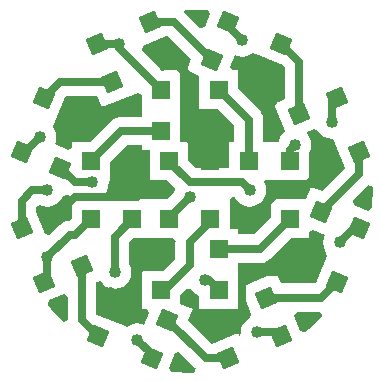
<source format=gtl>
%FSLAX25Y25*%
%MOIN*%
G70*
G01*
G75*
G04 Layer_Physical_Order=1*
G04 Layer_Color=255*
%ADD10R,0.05906X0.05906*%
%ADD11R,0.05906X0.05906*%
%ADD12P,0.08352X4X337.5*%
%ADD13P,0.08352X4X382.5*%
%ADD14P,0.08352X4X67.5*%
%ADD15P,0.08352X4X112.5*%
%ADD16C,0.02500*%
%ADD17C,0.04000*%
G36*
X1095245Y782774D02*
X1095209Y782500D01*
X1095209Y782500D01*
X1095209D01*
X1095209Y782500D01*
X1095209D01*
Y776985D01*
X1091288Y773063D01*
X1083902D01*
Y760157D01*
X1085657D01*
X1086490Y758910D01*
X1084860Y754976D01*
X1083936Y755358D01*
X1082500Y755548D01*
X1081064Y755358D01*
X1079726Y754804D01*
X1079092Y754317D01*
X1077883Y754818D01*
Y754818D01*
X1077883Y754818D01*
X1069095Y758458D01*
X1068847Y758706D01*
Y769150D01*
X1070268Y769632D01*
X1071077Y768577D01*
X1072226Y767696D01*
X1073564Y767142D01*
X1075000Y766953D01*
X1076436Y767142D01*
X1077774Y767696D01*
X1078923Y768577D01*
X1079804Y769726D01*
X1080358Y771064D01*
X1080548Y772500D01*
X1080358Y773936D01*
X1079804Y775274D01*
X1079791Y775291D01*
Y782480D01*
X1081213Y783902D01*
X1087342D01*
Y783902D01*
X1094256D01*
X1095245Y782774D01*
D02*
G37*
G36*
X1145098Y785037D02*
X1144642Y783936D01*
X1144452Y782500D01*
X1144642Y781064D01*
X1145196Y779726D01*
D01*
X1145682Y777883D01*
X1145682Y777883D01*
X1142042Y769095D01*
X1141794Y768848D01*
X1130275D01*
X1128767Y772487D01*
X1117346Y767757D01*
X1116098Y768590D01*
Y773063D01*
D01*
Y773063D01*
X1116098Y773063D01*
Y773937D01*
X1116098D01*
Y775599D01*
X1123425D01*
X1124665Y775762D01*
X1125821Y776241D01*
X1126813Y777002D01*
Y777002D01*
X1126813D01*
D01*
D01*
D01*
D01*
D01*
D01*
X1126813D01*
D01*
X1126813D01*
Y777002D01*
D01*
D01*
D01*
D01*
Y777002D01*
D01*
D01*
D01*
D01*
D01*
D01*
Y777002D01*
D01*
D01*
X1126813D01*
D01*
D01*
D01*
X1133712Y783902D01*
X1139843D01*
Y785864D01*
X1141090Y786697D01*
X1145098Y785037D01*
D02*
G37*
G36*
X1160958Y800961D02*
X1160996Y800000D01*
X1160808Y795214D01*
X1160647Y793859D01*
X1159353Y793101D01*
X1154803Y794986D01*
X1154510Y796457D01*
X1159561Y801508D01*
X1160958Y800961D01*
D02*
G37*
G36*
X1059266Y764406D02*
Y756721D01*
X1059287Y756555D01*
X1057955Y755866D01*
X1056869Y756869D01*
X1053618Y760386D01*
X1052587Y761695D01*
X1052965Y763147D01*
X1058018Y765240D01*
X1059266Y764406D01*
D02*
G37*
G36*
X1101891Y740556D02*
D01*
X1101891D01*
X1101891Y740556D01*
X1101891Y740556D01*
X1101891D01*
D01*
X1101891D01*
X1101891Y740556D01*
Y740556D01*
X1101891Y740556D01*
Y740556D01*
X1101972Y740493D01*
X1101518Y739064D01*
X1100000Y739004D01*
X1095214Y739192D01*
X1093662Y739376D01*
X1092903Y740670D01*
X1094986Y745697D01*
X1096457Y745990D01*
X1101891Y740556D01*
D02*
G37*
G36*
X1100370Y766999D02*
X1101077Y766077D01*
X1102226Y765196D01*
X1103193Y764795D01*
Y760157D01*
X1116098D01*
Y765504D01*
X1117570Y765797D01*
X1120482Y758765D01*
X1119908Y757380D01*
X1119726Y757304D01*
X1118577Y756423D01*
X1117696Y755274D01*
X1117142Y753936D01*
X1116953Y752500D01*
D01*
D01*
D01*
X1116953Y752500D01*
X1116953Y752500D01*
X1116816Y750929D01*
X1116217Y752374D01*
X1107430Y748734D01*
X1107263D01*
X1099471Y756526D01*
X1100979Y760166D01*
X1096807Y761894D01*
Y765032D01*
X1098873Y767098D01*
X1100370Y766999D01*
D02*
G37*
G36*
X1143910Y758269D02*
X1143974Y757782D01*
X1143131Y756869D01*
X1139614Y753618D01*
X1138305Y752587D01*
X1136853Y752965D01*
X1134760Y758018D01*
X1135594Y759266D01*
X1143474D01*
X1143910Y758269D01*
D02*
G37*
G36*
X1083902Y831617D02*
Y826937D01*
X1083902Y826937D01*
X1083902Y826063D01*
X1083902D01*
Y824401D01*
X1077075D01*
X1075835Y824238D01*
X1074679Y823759D01*
X1073687Y822998D01*
X1066788Y816098D01*
X1060658D01*
Y814136D01*
X1059410Y813303D01*
X1054976Y815140D01*
X1055358Y816064D01*
X1055548Y817500D01*
X1055358Y818936D01*
X1054804Y820274D01*
X1054317Y820908D01*
X1054818Y822117D01*
X1054818D01*
X1054818Y822117D01*
X1058458Y830905D01*
X1058706Y831153D01*
X1069225D01*
X1070733Y827512D01*
X1082654Y832450D01*
X1083902Y831617D01*
D02*
G37*
G36*
X1122117Y845182D02*
Y845182D01*
X1122117Y845182D01*
X1130905Y841542D01*
X1131653Y840794D01*
Y830275D01*
X1128012Y828767D01*
X1131846Y819512D01*
X1131077Y818923D01*
X1130196Y817774D01*
X1129642Y816436D01*
X1129621Y816281D01*
X1129481Y816098D01*
X1126937D01*
D01*
D01*
X1126937Y816098D01*
X1126063D01*
Y816098D01*
X1124401D01*
Y823425D01*
D01*
D01*
D01*
D01*
X1124401D01*
D01*
D01*
D01*
D01*
D01*
X1124401D01*
Y823425D01*
D01*
D01*
Y823425D01*
D01*
D01*
D01*
D01*
D01*
D01*
D01*
D01*
D01*
D01*
D01*
D01*
Y823425D01*
D01*
X1124401D01*
D01*
D01*
D01*
D01*
D01*
D01*
D01*
X1124401Y823425D01*
D01*
D01*
D01*
X1124238Y824665D01*
X1123900Y825482D01*
X1123759Y825821D01*
X1122998Y826813D01*
X1122998Y826813D01*
X1122998D01*
Y826813D01*
D01*
D01*
D01*
X1122998Y826813D01*
X1122998Y826813D01*
X1116098Y833712D01*
Y839843D01*
X1114343D01*
X1113510Y841090D01*
X1115140Y845024D01*
X1116064Y844642D01*
X1117500Y844452D01*
X1118936Y844642D01*
X1120274Y845196D01*
X1120908Y845683D01*
X1122117Y845182D01*
D02*
G37*
G36*
X1106858Y858753D02*
X1105014Y854303D01*
X1103543Y854010D01*
X1098109Y859444D01*
X1098298Y860000D01*
X1106024D01*
X1106858Y858753D01*
D02*
G37*
G36*
X1100529Y843474D02*
X1099021Y839834D01*
X1103193Y838106D01*
Y826937D01*
X1109323D01*
X1114819Y821441D01*
Y816098D01*
X1113157D01*
Y807291D01*
X1101985D01*
X1099563Y809713D01*
Y816098D01*
X1096807D01*
Y826063D01*
D01*
Y826063D01*
X1096807Y826063D01*
Y826937D01*
X1096807D01*
Y839843D01*
X1090677D01*
X1083962Y846557D01*
X1084255Y848028D01*
X1092070Y851266D01*
X1092737D01*
X1100529Y843474D01*
D02*
G37*
G36*
X1059179Y798390D02*
X1059231Y798351D01*
X1060386Y797872D01*
X1060658Y797836D01*
Y796807D01*
X1060658D01*
Y790677D01*
X1059737Y789756D01*
X1058760Y789628D01*
X1057605Y789149D01*
X1056612Y788388D01*
X1053221Y784997D01*
X1051750Y785289D01*
X1048734Y792570D01*
Y794257D01*
X1049982Y795090D01*
X1051064Y794642D01*
X1052500Y794452D01*
X1053936Y794642D01*
X1055274Y795196D01*
X1056423Y796077D01*
X1057304Y797226D01*
X1057651Y798063D01*
X1058973Y798417D01*
X1059179Y798390D01*
D02*
G37*
G36*
X1083902Y813157D02*
X1086658D01*
Y803193D01*
X1092532D01*
X1095306Y800418D01*
X1095196Y800274D01*
X1094642Y798936D01*
X1094639Y798914D01*
X1092532Y796807D01*
X1086658D01*
Y796807D01*
X1074437D01*
D01*
D01*
X1074437Y796807D01*
X1073563Y796807D01*
Y796807D01*
X1071449D01*
X1070967Y798228D01*
X1071423Y798577D01*
X1072304Y799726D01*
X1072858Y801064D01*
X1073048Y802500D01*
X1073035Y802591D01*
X1073563Y803193D01*
X1073563D01*
Y809323D01*
X1079059Y814819D01*
X1083902D01*
Y813157D01*
D02*
G37*
G36*
X1142694Y819731D02*
X1142696Y819726D01*
X1143577Y818577D01*
X1144726Y817696D01*
X1146064Y817142D01*
X1147500Y816953D01*
X1147805Y816993D01*
X1148126Y816217D01*
D01*
X1148126Y816217D01*
X1151766Y807430D01*
Y807263D01*
X1143974Y799471D01*
X1140334Y800979D01*
X1138606Y796807D01*
X1126937D01*
Y790677D01*
X1121441Y785181D01*
X1116098D01*
Y786842D01*
X1113342D01*
Y796807D01*
D01*
Y796807D01*
X1114244Y797709D01*
X1114996D01*
X1115196Y797226D01*
X1116077Y796077D01*
X1117226Y795196D01*
X1118564Y794642D01*
X1120000Y794452D01*
X1121436Y794642D01*
X1122774Y795196D01*
X1123923Y796077D01*
X1124804Y797226D01*
X1125358Y798564D01*
X1125548Y800000D01*
X1125358Y801436D01*
X1124804Y802774D01*
X1125011Y803193D01*
X1126063D01*
Y803193D01*
X1126063D01*
X1126063Y803193D01*
X1126937D01*
Y803193D01*
X1139843D01*
Y812319D01*
X1140358Y813564D01*
X1140547Y815000D01*
X1140358Y816436D01*
X1139804Y817774D01*
X1138923Y818923D01*
X1138978Y819340D01*
X1141308Y820305D01*
X1142694Y819731D01*
D02*
G37*
D10*
X1106890Y790354D02*
D03*
X1093110Y790354D02*
D03*
X1106890Y809646D02*
D03*
X1093110D02*
D03*
X1119610D02*
D03*
X1133390D02*
D03*
X1119610Y790354D02*
D03*
X1133390D02*
D03*
X1080890D02*
D03*
X1067110Y790354D02*
D03*
X1080890Y809646D02*
D03*
X1067110D02*
D03*
D11*
X1109646Y780390D02*
D03*
Y766610D02*
D03*
X1090354Y780390D02*
D03*
Y766610D02*
D03*
Y819610D02*
D03*
Y833390D02*
D03*
X1109646Y819610D02*
D03*
Y833390D02*
D03*
D12*
X1064057Y774725D02*
D03*
X1051326Y769452D02*
D03*
X1056674Y792548D02*
D03*
X1043943Y787275D02*
D03*
X1136444Y825275D02*
D03*
X1149174Y830548D02*
D03*
X1143826Y807452D02*
D03*
X1156557Y812725D02*
D03*
D13*
X1092548Y756674D02*
D03*
X1087275Y743944D02*
D03*
X1074725Y764056D02*
D03*
X1069452Y751326D02*
D03*
X1107452Y843326D02*
D03*
X1112725Y856057D02*
D03*
X1125275Y835943D02*
D03*
X1130548Y848674D02*
D03*
D14*
X1125275Y764056D02*
D03*
X1130548Y751326D02*
D03*
X1107452Y756674D02*
D03*
X1112725Y743944D02*
D03*
X1074225Y835943D02*
D03*
X1068952Y848674D02*
D03*
X1092048Y843326D02*
D03*
X1086775Y856057D02*
D03*
D15*
X1143826Y792548D02*
D03*
X1156557Y787275D02*
D03*
X1136443Y774725D02*
D03*
X1149174Y769452D02*
D03*
X1056674Y807452D02*
D03*
X1043944Y812725D02*
D03*
X1064057Y825275D02*
D03*
X1051326Y830548D02*
D03*
D16*
X1127500Y830000D02*
Y833718D01*
X1125275Y835943D02*
X1127500Y833718D01*
X1145000Y808626D02*
Y812500D01*
X1143826Y807452D02*
X1145000Y808626D01*
X1133390Y813390D02*
X1135000Y815000D01*
X1133390Y809646D02*
Y813390D01*
X1076326Y847418D02*
X1090354Y833390D01*
X1076326Y847418D02*
Y848674D01*
X1075275Y825275D02*
X1077500Y827500D01*
X1064057Y825275D02*
X1075275D01*
X1100000Y816535D02*
X1106890Y809646D01*
X1100000Y816535D02*
Y837500D01*
X1094174Y843326D02*
X1100000Y837500D01*
X1092048Y843326D02*
X1094174D01*
X1134218Y772500D02*
X1140000Y778282D01*
Y780000D01*
X1120000Y772500D02*
X1134218D01*
X1103326Y756674D02*
X1114174D01*
X1117500Y770000D02*
X1120000Y772500D01*
X1117500Y760000D02*
Y770000D01*
X1114174Y756674D02*
X1117500Y760000D01*
X1106256Y770000D02*
X1109646Y766610D01*
X1105000Y770000D02*
X1106256D01*
X1102500Y757500D02*
X1103326Y756674D01*
X1061756Y785000D02*
X1067110Y790354D01*
X1060000Y785000D02*
X1061756D01*
X1052500Y777500D02*
X1060000Y785000D01*
X1080890Y804110D02*
X1085000Y800000D01*
X1080890Y804110D02*
Y809646D01*
X1061626Y797500D02*
X1082500D01*
X1085000Y800000D01*
X1056674Y792548D02*
X1061626Y797500D01*
X1056674Y807452D02*
X1061626Y802500D01*
X1067500D01*
X1082500Y772535D02*
X1090354Y780390D01*
X1074725Y764056D02*
X1079057D01*
X1082500Y767500D01*
Y772535D01*
X1075000Y784465D02*
X1080890Y790354D01*
X1075000Y772500D02*
Y784465D01*
X1043943Y787275D02*
Y796444D01*
X1047500Y800000D02*
X1052500D01*
X1043943Y796444D02*
X1047500Y800000D01*
X1045225Y812725D02*
X1050000Y817500D01*
X1043944Y812725D02*
X1045225D01*
X1052500Y770626D02*
Y777500D01*
X1051326Y769452D02*
X1052500Y770626D01*
X1082500Y750000D02*
X1087275Y745225D01*
Y743944D02*
Y745225D01*
X1122500Y752500D02*
X1129374D01*
X1130548Y751326D01*
X1150000Y782500D02*
X1154775Y787275D01*
X1156557D01*
X1147500Y822500D02*
Y828874D01*
X1149174Y830548D01*
X1112725Y854775D02*
X1117500Y850000D01*
X1112725Y854775D02*
Y856057D01*
X1068952Y848674D02*
X1076326D01*
X1143826Y806326D02*
Y807452D01*
X1137500Y800000D02*
X1143826Y806326D01*
X1130000Y800000D02*
X1137500D01*
X1120354Y790354D02*
X1130000Y800000D01*
X1119610Y790354D02*
X1120354D01*
X1093110Y790610D02*
X1100000Y797500D01*
X1093110Y790354D02*
Y790610D01*
X1117500Y802500D02*
X1120000Y800000D01*
X1100000Y802500D02*
X1117500D01*
X1093110Y809390D02*
X1100000Y802500D01*
X1093110Y809390D02*
Y809646D01*
X1090354Y766610D02*
X1091610D01*
X1100000Y775000D01*
Y782500D01*
X1106890Y789390D01*
Y790354D01*
X1077075Y819610D02*
X1090354D01*
X1067110Y809646D02*
X1077075Y819610D01*
X1109646Y833390D02*
X1119610Y823425D01*
Y809646D02*
Y823425D01*
X1109646Y780390D02*
X1123425D01*
X1133390Y790354D01*
X1089965Y820000D02*
X1090354Y819610D01*
X1106890Y809646D02*
X1109646Y812402D01*
Y819610D01*
X1064057Y756721D02*
Y774725D01*
Y756721D02*
X1069452Y751326D01*
X1092548Y756674D02*
X1105279Y743944D01*
X1112725D01*
X1125275Y764056D02*
X1143779D01*
X1149174Y769452D01*
X1143826Y792548D02*
X1156557Y805279D01*
Y812725D01*
X1136444Y825275D02*
Y842779D01*
X1130548Y848674D02*
X1136444Y842779D01*
X1094721Y856057D02*
X1107452Y843326D01*
X1086775Y856057D02*
X1094721D01*
X1056721Y835943D02*
X1074225D01*
X1051326Y830548D02*
X1056721Y835943D01*
D17*
X1127500Y830000D02*
D03*
X1145000Y812500D02*
D03*
X1135000Y815000D02*
D03*
X1077500Y827500D02*
D03*
X1090000Y845000D02*
D03*
X1140000Y780000D02*
D03*
X1137500Y800000D02*
D03*
X1105000Y770000D02*
D03*
X1102500Y757500D02*
D03*
X1085000Y800000D02*
D03*
Y777500D02*
D03*
X1075000Y772500D02*
D03*
X1050000Y817500D02*
D03*
X1052500Y777500D02*
D03*
X1082500Y750000D02*
D03*
X1122500Y752500D02*
D03*
X1150000Y782500D02*
D03*
X1147500Y822500D02*
D03*
X1117500Y850000D02*
D03*
X1076326Y848674D02*
D03*
X1100000Y797500D02*
D03*
X1120000Y800000D02*
D03*
X1067500Y802500D02*
D03*
X1052500Y800000D02*
D03*
M02*

</source>
